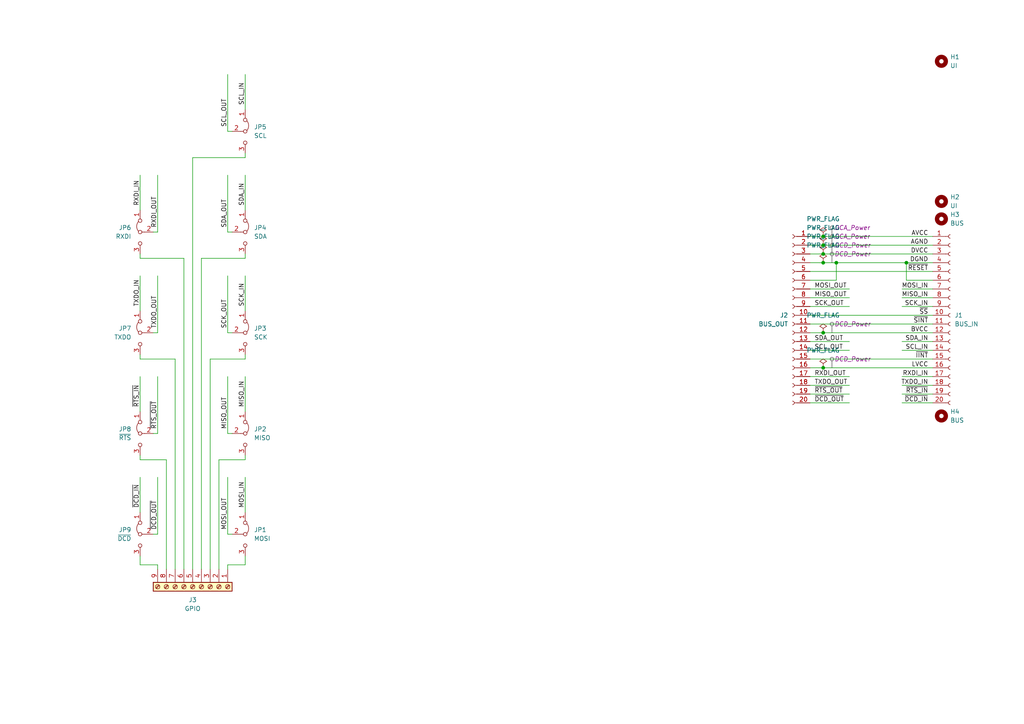
<source format=kicad_sch>
(kicad_sch (version 20250114) (generator "eeschema") (generator_version "9.0")
  (paper "A4")
  (title_block (title "Valhalla MOD-BPL(SEP)") (date "2025-04-13") (rev "1"))
  (lib_symbols
    (symbol "Connector:Conn_01x20_Socket" (pin_names (offset 1.016) (hide yes))
      (property "Reference" "J" (at 0 25.4 0))
      (property "Value" "Conn_01x20_Socket" (at 0 -27.94 0))
      (symbol "Conn_01x20_Socket_1_1"
        (polyline (pts (xy -1.27 22.86) (xy -0.508 22.86)) (stroke (width 0.1524)))
        (polyline (pts (xy -1.27 20.32) (xy -0.508 20.32)) (stroke (width 0.1524)))
        (polyline (pts (xy -1.27 17.78) (xy -0.508 17.78)) (stroke (width 0.1524)))
        (polyline (pts (xy -1.27 15.24) (xy -0.508 15.24)) (stroke (width 0.1524)))
        (polyline (pts (xy -1.27 12.7) (xy -0.508 12.7)) (stroke (width 0.1524)))
        (polyline (pts (xy -1.27 10.16) (xy -0.508 10.16)) (stroke (width 0.1524)))
        (polyline (pts (xy -1.27 7.62) (xy -0.508 7.62)) (stroke (width 0.1524)))
        (polyline (pts (xy -1.27 5.08) (xy -0.508 5.08)) (stroke (width 0.1524)))
        (polyline (pts (xy -1.27 2.54) (xy -0.508 2.54)) (stroke (width 0.1524)))
        (polyline (pts (xy -1.27 0) (xy -0.508 0)) (stroke (width 0.1524)))
        (polyline (pts (xy -1.27 -2.54) (xy -0.508 -2.54)) (stroke (width 0.1524)))
        (polyline (pts (xy -1.27 -5.08) (xy -0.508 -5.08)) (stroke (width 0.1524)))
        (polyline (pts (xy -1.27 -7.62) (xy -0.508 -7.62)) (stroke (width 0.1524)))
        (polyline (pts (xy -1.27 -10.16) (xy -0.508 -10.16)) (stroke (width 0.1524)))
        (polyline (pts (xy -1.27 -12.7) (xy -0.508 -12.7)) (stroke (width 0.1524)))
        (polyline (pts (xy -1.27 -15.24) (xy -0.508 -15.24)) (stroke (width 0.1524)))
        (polyline (pts (xy -1.27 -17.78) (xy -0.508 -17.78)) (stroke (width 0.1524)))
        (polyline (pts (xy -1.27 -20.32) (xy -0.508 -20.32)) (stroke (width 0.1524)))
        (polyline (pts (xy -1.27 -22.86) (xy -0.508 -22.86)) (stroke (width 0.1524)))
        (polyline (pts (xy -1.27 -25.4) (xy -0.508 -25.4)) (stroke (width 0.1524)))
        (arc (start 0 22.352) (mid -0.5058 22.86) (end 0 23.368) (stroke (width 0.1524)))
        (arc (start 0 19.812) (mid -0.5058 20.32) (end 0 20.828) (stroke (width 0.1524)))
        (arc (start 0 17.272) (mid -0.5058 17.78) (end 0 18.288) (stroke (width 0.1524)))
        (arc (start 0 14.732) (mid -0.5058 15.24) (end 0 15.748) (stroke (width 0.1524)))
        (arc (start 0 12.192) (mid -0.5058 12.7) (end 0 13.208) (stroke (width 0.1524)))
        (arc (start 0 9.652) (mid -0.5058 10.16) (end 0 10.668) (stroke (width 0.1524)))
        (arc (start 0 7.112) (mid -0.5058 7.62) (end 0 8.128) (stroke (width 0.1524)))
        (arc (start 0 4.572) (mid -0.5058 5.08) (end 0 5.588) (stroke (width 0.1524)))
        (arc (start 0 2.032) (mid -0.5058 2.54) (end 0 3.048) (stroke (width 0.1524)))
        (arc (start 0 -0.508) (mid -0.5058 0) (end 0 0.508) (stroke (width 0.1524)))
        (arc (start 0 -3.048) (mid -0.5058 -2.54) (end 0 -2.032) (stroke (width 0.1524)))
        (arc (start 0 -5.588) (mid -0.5058 -5.08) (end 0 -4.572) (stroke (width 0.1524)))
        (arc (start 0 -8.128) (mid -0.5058 -7.62) (end 0 -7.112) (stroke (width 0.1524)))
        (arc (start 0 -10.668) (mid -0.5058 -10.16) (end 0 -9.652) (stroke (width 0.1524)))
        (arc (start 0 -13.208) (mid -0.5058 -12.7) (end 0 -12.192) (stroke (width 0.1524)))
        (arc (start 0 -15.748) (mid -0.5058 -15.24) (end 0 -14.732) (stroke (width 0.1524)))
        (arc (start 0 -18.288) (mid -0.5058 -17.78) (end 0 -17.272) (stroke (width 0.1524)))
        (arc (start 0 -20.828) (mid -0.5058 -20.32) (end 0 -19.812) (stroke (width 0.1524)))
        (arc (start 0 -23.368) (mid -0.5058 -22.86) (end 0 -22.352) (stroke (width 0.1524)))
        (arc (start 0 -25.908) (mid -0.5058 -25.4) (end 0 -24.892) (stroke (width 0.1524)))
        (pin passive line (at -5.08 22.86 0) (length 3.81) (name "Pin_1") (number "1"))
        (pin passive line (at -5.08 20.32 0) (length 3.81) (name "Pin_2") (number "2"))
        (pin passive line (at -5.08 17.78 0) (length 3.81) (name "Pin_3") (number "3"))
        (pin passive line (at -5.08 15.24 0) (length 3.81) (name "Pin_4") (number "4"))
        (pin passive line (at -5.08 12.7 0) (length 3.81) (name "Pin_5") (number "5"))
        (pin passive line (at -5.08 10.16 0) (length 3.81) (name "Pin_6") (number "6"))
        (pin passive line (at -5.08 7.62 0) (length 3.81) (name "Pin_7") (number "7"))
        (pin passive line (at -5.08 5.08 0) (length 3.81) (name "Pin_8") (number "8"))
        (pin passive line (at -5.08 2.54 0) (length 3.81) (name "Pin_9") (number "9"))
        (pin passive line (at -5.08 0 0) (length 3.81) (name "Pin_10") (number "10"))
        (pin passive line (at -5.08 -2.54 0) (length 3.81) (name "Pin_11") (number "11"))
        (pin passive line (at -5.08 -5.08 0) (length 3.81) (name "Pin_12") (number "12"))
        (pin passive line (at -5.08 -7.62 0) (length 3.81) (name "Pin_13") (number "13"))
        (pin passive line (at -5.08 -10.16 0) (length 3.81) (name "Pin_14") (number "14"))
        (pin passive line (at -5.08 -12.7 0) (length 3.81) (name "Pin_15") (number "15"))
        (pin passive line (at -5.08 -15.24 0) (length 3.81) (name "Pin_16") (number "16"))
        (pin passive line (at -5.08 -17.78 0) (length 3.81) (name "Pin_17") (number "17"))
        (pin passive line (at -5.08 -20.32 0) (length 3.81) (name "Pin_18") (number "18"))
        (pin passive line (at -5.08 -22.86 0) (length 3.81) (name "Pin_19") (number "19"))
        (pin passive line (at -5.08 -25.4 0) (length 3.81) (name "Pin_20") (number "20"))
      )
    )
    (symbol "Connector:Screw_Terminal_01x09" (pin_names (offset 1.016) (hide yes))
      (property "Reference" "J" (at 0 12.7 0))
      (property "Value" "Screw_Terminal_01x09" (at 0 -12.7 0))
      (symbol "Screw_Terminal_01x09_1_1"
        (rectangle (start -1.27 11.43) (end 1.27 -11.43) (stroke (width 0.254)) (fill (type background)))
        (polyline (pts (xy -0.5334 10.4902) (xy 0.3302 9.652)) (stroke (width 0.1524)))
        (polyline (pts (xy -0.5334 7.9502) (xy 0.3302 7.112)) (stroke (width 0.1524)))
        (polyline (pts (xy -0.5334 5.4102) (xy 0.3302 4.572)) (stroke (width 0.1524)))
        (polyline (pts (xy -0.5334 2.8702) (xy 0.3302 2.032)) (stroke (width 0.1524)))
        (polyline (pts (xy -0.5334 0.3302) (xy 0.3302 -0.508)) (stroke (width 0.1524)))
        (polyline (pts (xy -0.5334 -2.2098) (xy 0.3302 -3.048)) (stroke (width 0.1524)))
        (polyline (pts (xy -0.5334 -4.7498) (xy 0.3302 -5.588)) (stroke (width 0.1524)))
        (polyline (pts (xy -0.5334 -7.2898) (xy 0.3302 -8.128)) (stroke (width 0.1524)))
        (polyline (pts (xy -0.5334 -9.8298) (xy 0.3302 -10.668)) (stroke (width 0.1524)))
        (polyline (pts (xy -0.3556 10.668) (xy 0.508 9.8298)) (stroke (width 0.1524)))
        (polyline (pts (xy -0.3556 8.128) (xy 0.508 7.2898)) (stroke (width 0.1524)))
        (polyline (pts (xy -0.3556 5.588) (xy 0.508 4.7498)) (stroke (width 0.1524)))
        (polyline (pts (xy -0.3556 3.048) (xy 0.508 2.2098)) (stroke (width 0.1524)))
        (polyline (pts (xy -0.3556 0.508) (xy 0.508 -0.3302)) (stroke (width 0.1524)))
        (polyline (pts (xy -0.3556 -2.032) (xy 0.508 -2.8702)) (stroke (width 0.1524)))
        (polyline (pts (xy -0.3556 -4.572) (xy 0.508 -5.4102)) (stroke (width 0.1524)))
        (polyline (pts (xy -0.3556 -7.112) (xy 0.508 -7.9502)) (stroke (width 0.1524)))
        (polyline (pts (xy -0.3556 -9.652) (xy 0.508 -10.4902)) (stroke (width 0.1524)))
        (circle (center 0 10.16) (radius 0.635) (stroke (width 0.1524)))
        (circle (center 0 7.62) (radius 0.635) (stroke (width 0.1524)))
        (circle (center 0 5.08) (radius 0.635) (stroke (width 0.1524)))
        (circle (center 0 2.54) (radius 0.635) (stroke (width 0.1524)))
        (circle (center 0 0) (radius 0.635) (stroke (width 0.1524)))
        (circle (center 0 -2.54) (radius 0.635) (stroke (width 0.1524)))
        (circle (center 0 -5.08) (radius 0.635) (stroke (width 0.1524)))
        (circle (center 0 -7.62) (radius 0.635) (stroke (width 0.1524)))
        (circle (center 0 -10.16) (radius 0.635) (stroke (width 0.1524)))
        (pin passive line (at -5.08 10.16 0) (length 3.81) (name "Pin_1") (number "1"))
        (pin passive line (at -5.08 7.62 0) (length 3.81) (name "Pin_2") (number "2"))
        (pin passive line (at -5.08 5.08 0) (length 3.81) (name "Pin_3") (number "3"))
        (pin passive line (at -5.08 2.54 0) (length 3.81) (name "Pin_4") (number "4"))
        (pin passive line (at -5.08 0 0) (length 3.81) (name "Pin_5") (number "5"))
        (pin passive line (at -5.08 -2.54 0) (length 3.81) (name "Pin_6") (number "6"))
        (pin passive line (at -5.08 -5.08 0) (length 3.81) (name "Pin_7") (number "7"))
        (pin passive line (at -5.08 -7.62 0) (length 3.81) (name "Pin_8") (number "8"))
        (pin passive line (at -5.08 -10.16 0) (length 3.81) (name "Pin_9") (number "9"))
      )
    )
    (symbol "Jumper:Jumper_3_Bridged12" (pin_names (offset 0) (hide yes)) (in_bom no)
      (property "Reference" "JP" (at -2.54 -2.54 0))
      (property "Value" "Jumper_3_Bridged12" (at 0 2.794 0))
      (symbol "Jumper_3_Bridged12_0_0"
        (circle (center -3.302 0) (radius 0.508))
        (circle (center 0 0) (radius 0.508))
        (circle (center 3.302 0) (radius 0.508))
      )
      (symbol "Jumper_3_Bridged12_0_1"
        (arc (start -3.048 0.508) (mid -1.651 0.9912) (end -0.254 0.508))
        (polyline (pts (xy 0 -1.27) (xy 0 -0.508)))
      )
      (symbol "Jumper_3_Bridged12_1_1"
        (pin passive line (at -6.35 0 0) (length 2.54) (name "A") (number "1"))
        (pin passive line (at 0 -3.81 90) (length 2.54) (name "C") (number "2"))
        (pin passive line (at 6.35 0 180) (length 2.54) (name "B") (number "3"))
      )
    )
    (symbol "Mechanical:MountingHole" (pin_names (offset 1.016)) (exclude_from_sim yes) (in_bom no)
      (property "Reference" "H" (at 0 5.08 0))
      (property "Value" "MountingHole" (at 0 3.175 0))
      (symbol "MountingHole_0_1"
        (circle (center 0 0) (radius 1.27) (stroke (width 1.27)))
      )
    )
    (symbol "power:PWR_FLAG" (power) (pin_numbers (hide yes)) (pin_names (offset 0) (hide yes))
      (property "Value" "PWR_FLAG" (at 0 3.81 0))
      (symbol "PWR_FLAG_0_0"
        (pin power_out line (at 0 0 90) (length 0) (name "~") (number "1"))
      )
      (symbol "PWR_FLAG_0_1"
        (polyline (pts (xy 0 0) (xy 0 1.27) (xy -1.016 1.905) (xy 0 2.54) (xy 1.016 1.905) (xy 0 1.27)))
      )
    )
  )
  (junction (at 238.76 73.66))
  (junction (at 242.57 76.2))
  (junction (at 238.76 68.58))
  (junction (at 238.76 106.68))
  (junction (at 238.76 96.52))
  (junction (at 262.89 76.2))
  (junction (at 238.76 76.2))
  (junction (at 238.76 71.12))
  (wire (pts (xy 40.64 102.87) (xy 40.64 104.14)))
  (wire (pts (xy 270.51 81.28) (xy 262.89 81.28)))
  (wire (pts (xy 66.04 109.22) (xy 66.04 125.73)))
  (wire (pts (xy 40.64 50.8) (xy 40.64 60.96)))
  (wire (pts (xy 66.04 165.1) (xy 66.04 163.83)))
  (wire (pts (xy 66.04 50.8) (xy 66.04 67.31)))
  (wire (pts (xy 67.31 154.94) (xy 66.04 154.94)))
  (wire (pts (xy 234.95 86.36) (xy 246.38 86.36)))
  (wire (pts (xy 262.89 81.28) (xy 262.89 76.2)))
  (wire (pts (xy 261.62 114.3) (xy 270.51 114.3)))
  (wire (pts (xy 45.72 165.1) (xy 45.72 163.83)))
  (wire (pts (xy 48.26 133.35) (xy 48.26 165.1)))
  (wire (pts (xy 71.12 102.87) (xy 71.12 104.14)))
  (wire (pts (xy 63.5 133.35) (xy 71.12 133.35)))
  (wire (pts (xy 234.95 99.06) (xy 246.38 99.06)))
  (wire (pts (xy 63.5 165.1) (xy 63.5 133.35)))
  (wire (pts (xy 238.76 68.58) (xy 270.51 68.58)))
  (wire (pts (xy 262.89 76.2) (xy 270.51 76.2)))
  (wire (pts (xy 40.64 138.43) (xy 40.64 148.59)))
  (wire (pts (xy 40.64 104.14) (xy 50.8 104.14)))
  (wire (pts (xy 40.64 74.93) (xy 53.34 74.93)))
  (wire (pts (xy 71.12 44.45) (xy 71.12 45.72)))
  (wire (pts (xy 234.95 101.6) (xy 246.38 101.6)))
  (wire (pts (xy 45.72 109.22) (xy 45.72 125.73)))
  (wire (pts (xy 261.62 88.9) (xy 270.51 88.9)))
  (wire (pts (xy 55.88 45.72) (xy 55.88 165.1)))
  (wire (pts (xy 238.76 73.66) (xy 270.51 73.66)))
  (wire (pts (xy 238.76 76.2) (xy 234.95 76.2)))
  (wire (pts (xy 234.95 83.82) (xy 246.38 83.82)))
  (wire (pts (xy 234.95 106.68) (xy 238.76 106.68)))
  (wire (pts (xy 261.62 83.82) (xy 270.51 83.82)))
  (wire (pts (xy 45.72 80.01) (xy 45.72 96.52)))
  (wire (pts (xy 234.95 71.12) (xy 238.76 71.12)))
  (wire (pts (xy 71.12 109.22) (xy 71.12 119.38)))
  (wire (pts (xy 238.76 71.12) (xy 270.51 71.12)))
  (wire (pts (xy 234.95 109.22) (xy 246.38 109.22)))
  (wire (pts (xy 261.62 111.76) (xy 270.51 111.76)))
  (wire (pts (xy 40.64 163.83) (xy 45.72 163.83)))
  (wire (pts (xy 234.95 104.14) (xy 270.51 104.14)))
  (wire (pts (xy 71.12 80.01) (xy 71.12 90.17)))
  (wire (pts (xy 44.45 154.94) (xy 45.72 154.94)))
  (wire (pts (xy 50.8 104.14) (xy 50.8 165.1)))
  (wire (pts (xy 234.95 93.98) (xy 270.51 93.98)))
  (wire (pts (xy 234.95 111.76) (xy 246.38 111.76)))
  (wire (pts (xy 71.12 21.59) (xy 71.12 31.75)))
  (wire (pts (xy 238.76 106.68) (xy 270.51 106.68)))
  (wire (pts (xy 234.95 91.44) (xy 270.51 91.44)))
  (wire (pts (xy 234.95 81.28) (xy 242.57 81.28)))
  (wire (pts (xy 44.45 67.31) (xy 45.72 67.31)))
  (wire (pts (xy 234.95 96.52) (xy 238.76 96.52)))
  (wire (pts (xy 45.72 50.8) (xy 45.72 67.31)))
  (wire (pts (xy 67.31 125.73) (xy 66.04 125.73)))
  (wire (pts (xy 71.12 163.83) (xy 71.12 161.29)))
  (wire (pts (xy 66.04 21.59) (xy 66.04 38.1)))
  (wire (pts (xy 234.95 114.3) (xy 246.38 114.3)))
  (wire (pts (xy 261.62 99.06) (xy 270.51 99.06)))
  (wire (pts (xy 67.31 96.52) (xy 66.04 96.52)))
  (wire (pts (xy 234.95 88.9) (xy 246.38 88.9)))
  (wire (pts (xy 261.62 116.84) (xy 270.51 116.84)))
  (wire (pts (xy 53.34 74.93) (xy 53.34 165.1)))
  (wire (pts (xy 40.64 133.35) (xy 48.26 133.35)))
  (wire (pts (xy 71.12 74.93) (xy 58.42 74.93)))
  (wire (pts (xy 60.96 104.14) (xy 60.96 165.1)))
  (wire (pts (xy 66.04 163.83) (xy 71.12 163.83)))
  (wire (pts (xy 40.64 80.01) (xy 40.64 90.17)))
  (wire (pts (xy 44.45 125.73) (xy 45.72 125.73)))
  (wire (pts (xy 44.45 96.52) (xy 45.72 96.52)))
  (wire (pts (xy 40.64 163.83) (xy 40.64 161.29)))
  (wire (pts (xy 66.04 80.01) (xy 66.04 96.52)))
  (wire (pts (xy 71.12 138.43) (xy 71.12 148.59)))
  (wire (pts (xy 234.95 78.74) (xy 270.51 78.74)))
  (wire (pts (xy 71.12 133.35) (xy 71.12 132.08)))
  (wire (pts (xy 67.31 67.31) (xy 66.04 67.31)))
  (wire (pts (xy 71.12 104.14) (xy 60.96 104.14)))
  (wire (pts (xy 261.62 101.6) (xy 270.51 101.6)))
  (wire (pts (xy 71.12 50.8) (xy 71.12 60.96)))
  (wire (pts (xy 66.04 138.43) (xy 66.04 154.94)))
  (wire (pts (xy 40.64 109.22) (xy 40.64 119.38)))
  (wire (pts (xy 242.57 76.2) (xy 262.89 76.2)))
  (wire (pts (xy 238.76 96.52) (xy 270.51 96.52)))
  (wire (pts (xy 67.31 38.1) (xy 66.04 38.1)))
  (wire (pts (xy 261.62 109.22) (xy 270.51 109.22)))
  (wire (pts (xy 242.57 81.28) (xy 242.57 76.2)))
  (wire (pts (xy 40.64 132.08) (xy 40.64 133.35)))
  (wire (pts (xy 234.95 116.84) (xy 246.38 116.84)))
  (wire (pts (xy 234.95 73.66) (xy 238.76 73.66)))
  (wire (pts (xy 261.62 86.36) (xy 270.51 86.36)))
  (wire (pts (xy 71.12 73.66) (xy 71.12 74.93)))
  (wire (pts (xy 58.42 74.93) (xy 58.42 165.1)))
  (wire (pts (xy 45.72 138.43) (xy 45.72 154.94)))
  (wire (pts (xy 71.12 45.72) (xy 55.88 45.72)))
  (wire (pts (xy 242.57 76.2) (xy 238.76 76.2)))
  (wire (pts (xy 234.95 68.58) (xy 238.76 68.58)))
  (wire (pts (xy 40.64 73.66) (xy 40.64 74.93)))
  (label "RXDI_IN" (at 269.24 109.22 180))
  (label "~{SS}" (at 269.24 91.44 180))
  (label "MOSI_IN" (at 71.12 147.32 90))
  (label "TXDO_IN" (at 269.24 111.76 180))
  (label "~{RTS_OUT}" (at 236.22 114.3 0))
  (label "TXDO_IN" (at 40.64 88.9 90))
  (label "MISO_OUT" (at 66.04 124.46 90))
  (label "~{RTS_OUT}" (at 45.72 124.46 90))
  (label "TXDO_OUT" (at 45.72 95.25 90))
  (label "SCK_IN" (at 71.12 88.9 90))
  (label "MOSI_IN" (at 269.24 83.82 180))
  (label "RXDI_OUT" (at 236.22 109.22 0))
  (label "RXDI_OUT" (at 45.72 66.04 90))
  (label "SDA_IN" (at 269.24 99.06 180))
  (label "LVCC" (at 269.24 106.68 180))
  (label "SCK_OUT" (at 66.04 95.25 90))
  (label "MISO_IN" (at 269.24 86.36 180))
  (label "~{DCD_OUT}" (at 45.72 153.67 90))
  (label "SCL_IN" (at 71.12 30.48 90))
  (label "MISO_IN" (at 71.12 118.11 90))
  (label "AGND" (at 269.24 71.12 180))
  (label "SDA_OUT" (at 236.22 99.06 0))
  (label "SCK_IN" (at 269.24 88.9 180))
  (label "MISO_OUT" (at 236.22 86.36 0))
  (label "~{RTS_IN}" (at 269.24 114.3 180))
  (label "~{RESET}" (at 269.24 78.74 180))
  (label "BVCC" (at 269.24 96.52 180))
  (label "~{DCD_IN}" (at 40.64 147.32 90))
  (label "SCL_OUT" (at 66.04 36.83 90))
  (label "DGND" (at 269.24 76.2 180))
  (label "SCK_OUT" (at 236.22 88.9 0))
  (label "MOSI_OUT" (at 66.04 153.67 90))
  (label "SCL_IN" (at 269.24 101.6 180))
  (label "AVCC" (at 269.24 68.58 180))
  (label "MOSI_OUT" (at 236.22 83.82 0))
  (label "SDA_OUT" (at 66.04 66.04 90))
  (label "~{DCD_IN}" (at 269.24 116.84 180))
  (label "TXDO_OUT" (at 236.22 111.76 0))
  (label "~{SINT}" (at 269.24 93.98 180))
  (label "SCL_OUT" (at 236.22 101.6 0))
  (label "~{DCD_OUT}" (at 236.22 116.84 0))
  (label "~{RTS_IN}" (at 40.64 118.11 90))
  (label "~{IINT}" (at 269.24 104.14 180))
  (label "SDA_IN" (at 71.12 59.69 90))
  (label "DVCC" (at 269.24 73.66 180))
  (label "RXDI_IN" (at 40.64 59.69 90))
  (netclass_flag "" (length 2.54) (shape round) (at 241.3 71.12 0) (property "Netclass" "DCA_Power" (at 241.9985 68.58 0) (effects (font (italic yes)) (justify left))))
  (netclass_flag "" (length 2.54) (shape round) (at 241.3 96.52 0) (property "Netclass" "DCD_Power" (at 241.9985 93.98 0) (effects (font (italic yes)) (justify left))))
  (netclass_flag "" (length 2.54) (shape round) (at 241.3 106.68 0) (property "Netclass" "DCD_Power" (at 241.9985 104.14 0) (effects (font (italic yes)) (justify left))))
  (netclass_flag "" (length 2.54) (shape round) (at 241.3 73.66 0) (property "Netclass" "DCD_Power" (at 241.9985 71.12 0) (effects (font (italic yes)) (justify left))))
  (netclass_flag "" (length 2.54) (shape round) (at 241.3 76.2 0) (property "Netclass" "DCD_Power" (at 241.9985 73.66 0) (effects (font (italic yes)) (justify left))))
  (netclass_flag "" (length 2.54) (shape round) (at 241.3 68.58 0) (property "Netclass" "DCA_Power" (at 241.9985 66.04 0) (effects (font (italic yes)) (justify left))))
  (symbol (lib_id "Jumper:Jumper_3_Bridged12") (at 40.64 125.73 90) (mirror x) (unit 1) (in_bom no)
    (property "Reference" "JP8" (at 38.1 124.4599 90) (effects (justify left)))
    (property "Value" "~{RTS}" (at 38.1 126.9999 90) (effects (justify left)))
    (property "Footprint" "Connector_PinHeader_2.54mm:PinHeader_1x03_P2.54mm_Vertical" (effects (hide yes)))
    (property "Description" "Jumper, 3-pole, pins 1+2 closed/bridged" (effects (hide yes)))
  )
  (symbol (lib_id "Jumper:Jumper_3_Bridged12") (at 40.64 96.52 90) (mirror x) (unit 1) (in_bom no)
    (property "Reference" "JP7" (at 38.1 95.2499 90) (effects (justify left)))
    (property "Value" "TXDO" (at 38.1 97.7899 90) (effects (justify left)))
    (property "Footprint" "Connector_PinHeader_2.54mm:PinHeader_1x03_P2.54mm_Vertical" (effects (hide yes)))
    (property "Description" "Jumper, 3-pole, pins 1+2 closed/bridged" (effects (hide yes)))
  )
  (symbol (lib_id "power:PWR_FLAG") (at 238.76 96.52 0) (unit 1)
    (property "Reference" "#FLG08" (effects (hide yes)))
    (property "Value" "PWR_FLAG" (at 238.76 91.44 0))
    (property "Description" "Special symbol for telling ERC where power comes from" (effects (hide yes)))
  )
  (symbol (lib_id "Mechanical:MountingHole") (at 273.05 120.65 0) (unit 1) (exclude_from_sim yes) (in_bom no)
    (property "Reference" "H4" (at 275.59 119.3799 0) (effects (justify left)))
    (property "Value" "BUS" (at 275.59 121.9199 0) (effects (justify left)))
    (property "Footprint" "MountingHole:MountingHole_3.2mm_M3_ISO7380" (effects (hide yes)))
    (property "Description" "Mounting Hole without connection" (effects (hide yes)))
  )
  (symbol (lib_id "Connector:Screw_Terminal_01x09") (at 55.88 170.18 270) (unit 1)
    (property "Reference" "J3" (at 55.88 173.99 90))
    (property "Value" "GPIO" (at 55.88 176.53 90))
    (property "Footprint" "TerminalBlock_Phoenix:TerminalBlock_Phoenix_MPT-0,5-9-2.54_1x09_P2.54mm_Horizontal" (effects (hide yes)))
    (property "Description" "Generic screw terminal, single row, 01x09, script generated (kicad-library-utils/schlib/autogen/connector/)" (effects (hide yes)))
  )
  (symbol (lib_id "power:PWR_FLAG") (at 238.76 68.58 0) (unit 1)
    (property "Reference" "#FLG04" (effects (hide yes)))
    (property "Value" "PWR_FLAG" (at 238.76 63.5 0))
    (property "Description" "Special symbol for telling ERC where power comes from" (effects (hide yes)))
  )
  (symbol (lib_id "Jumper:Jumper_3_Bridged12") (at 71.12 154.94 270) (unit 1) (in_bom no)
    (property "Reference" "JP1" (at 73.66 153.6699 90) (effects (justify left)))
    (property "Value" "MOSI" (at 73.66 156.2099 90) (effects (justify left)))
    (property "Footprint" "Connector_PinHeader_2.54mm:PinHeader_1x03_P2.54mm_Vertical" (effects (hide yes)))
    (property "Description" "Jumper, 3-pole, pins 1+2 closed/bridged" (effects (hide yes)))
  )
  (symbol (lib_id "Mechanical:MountingHole") (at 273.05 58.42 0) (unit 1) (exclude_from_sim yes) (in_bom no)
    (property "Reference" "H2" (at 275.59 57.1499 0) (effects (justify left)))
    (property "Value" "UI" (at 275.59 59.6899 0) (effects (justify left)))
    (property "Footprint" "MountingHole:MountingHole_3.2mm_M3_ISO7380" (effects (hide yes)))
    (property "Description" "Mounting Hole without connection" (effects (hide yes)))
  )
  (symbol (lib_id "Jumper:Jumper_3_Bridged12") (at 40.64 67.31 90) (mirror x) (unit 1) (in_bom no)
    (property "Reference" "JP6" (at 38.1 66.0399 90) (effects (justify left)))
    (property "Value" "RXDI" (at 38.1 68.5799 90) (effects (justify left)))
    (property "Footprint" "Connector_PinHeader_2.54mm:PinHeader_1x03_P2.54mm_Vertical" (effects (hide yes)))
    (property "Description" "Jumper, 3-pole, pins 1+2 closed/bridged" (effects (hide yes)))
  )
  (symbol (lib_id "Jumper:Jumper_3_Bridged12") (at 71.12 67.31 270) (unit 1) (in_bom no)
    (property "Reference" "JP4" (at 73.66 66.0399 90) (effects (justify left)))
    (property "Value" "SDA" (at 73.66 68.5799 90) (effects (justify left)))
    (property "Footprint" "Connector_PinHeader_2.54mm:PinHeader_1x03_P2.54mm_Vertical" (effects (hide yes)))
    (property "Description" "Jumper, 3-pole, pins 1+2 closed/bridged" (effects (hide yes)))
  )
  (symbol (lib_id "Jumper:Jumper_3_Bridged12") (at 71.12 38.1 270) (unit 1) (in_bom no)
    (property "Reference" "JP5" (at 73.66 36.8299 90) (effects (justify left)))
    (property "Value" "SCL" (at 73.66 39.3699 90) (effects (justify left)))
    (property "Footprint" "Connector_PinHeader_2.54mm:PinHeader_1x03_P2.54mm_Vertical" (effects (hide yes)))
    (property "Description" "Jumper, 3-pole, pins 1+2 closed/bridged" (effects (hide yes)))
  )
  (symbol (lib_id "power:PWR_FLAG") (at 238.76 106.68 0) (unit 1)
    (property "Reference" "#FLG09" (effects (hide yes)))
    (property "Value" "PWR_FLAG" (at 238.76 101.6 0))
    (property "Description" "Special symbol for telling ERC where power comes from" (effects (hide yes)))
  )
  (symbol (lib_id "power:PWR_FLAG") (at 238.76 73.66 0) (unit 1)
    (property "Reference" "#FLG06" (effects (hide yes)))
    (property "Value" "PWR_FLAG" (at 238.76 68.58 0))
    (property "Description" "Special symbol for telling ERC where power comes from" (effects (hide yes)))
  )
  (symbol (lib_id "power:PWR_FLAG") (at 238.76 71.12 0) (unit 1)
    (property "Reference" "#FLG05" (effects (hide yes)))
    (property "Value" "PWR_FLAG" (at 238.76 66.04 0))
    (property "Description" "Special symbol for telling ERC where power comes from" (effects (hide yes)))
  )
  (symbol (lib_id "power:PWR_FLAG") (at 238.76 76.2 0) (unit 1)
    (property "Reference" "#FLG07" (effects (hide yes)))
    (property "Value" "PWR_FLAG" (at 238.76 71.12 0))
    (property "Description" "Special symbol for telling ERC where power comes from" (effects (hide yes)))
  )
  (symbol (lib_id "Jumper:Jumper_3_Bridged12") (at 71.12 96.52 270) (unit 1) (in_bom no)
    (property "Reference" "JP3" (at 73.66 95.2499 90) (effects (justify left)))
    (property "Value" "SCK" (at 73.66 97.7899 90) (effects (justify left)))
    (property "Footprint" "Connector_PinHeader_2.54mm:PinHeader_1x03_P2.54mm_Vertical" (effects (hide yes)))
    (property "Description" "Jumper, 3-pole, pins 1+2 closed/bridged" (effects (hide yes)))
  )
  (symbol (lib_id "Mechanical:MountingHole") (at 273.05 17.78 0) (unit 1) (exclude_from_sim yes) (in_bom no)
    (property "Reference" "H1" (at 275.59 16.5099 0) (effects (justify left)))
    (property "Value" "UI" (at 275.59 19.0499 0) (effects (justify left)))
    (property "Footprint" "MountingHole:MountingHole_3.2mm_M3_ISO7380" (effects (hide yes)))
    (property "Description" "Mounting Hole without connection" (effects (hide yes)))
  )
  (symbol (lib_id "Jumper:Jumper_3_Bridged12") (at 71.12 125.73 270) (unit 1) (in_bom no)
    (property "Reference" "JP2" (at 73.66 124.4599 90) (effects (justify left)))
    (property "Value" "MISO" (at 73.66 126.9999 90) (effects (justify left)))
    (property "Footprint" "Connector_PinHeader_2.54mm:PinHeader_1x03_P2.54mm_Vertical" (effects (hide yes)))
    (property "Description" "Jumper, 3-pole, pins 1+2 closed/bridged" (effects (hide yes)))
  )
  (symbol (lib_id "Jumper:Jumper_3_Bridged12") (at 40.64 154.94 90) (mirror x) (unit 1) (in_bom no)
    (property "Reference" "JP9" (at 38.1 153.6699 90) (effects (justify left)))
    (property "Value" "~{DCD}" (at 38.1 156.2099 90) (effects (justify left)))
    (property "Footprint" "Connector_PinHeader_2.54mm:PinHeader_1x03_P2.54mm_Vertical" (effects (hide yes)))
    (property "Description" "Jumper, 3-pole, pins 1+2 closed/bridged" (effects (hide yes)))
  )
  (symbol (lib_id "Mechanical:MountingHole") (at 273.05 63.5 0) (unit 1) (exclude_from_sim yes) (in_bom no)
    (property "Reference" "H3" (at 275.59 62.2299 0) (effects (justify left)))
    (property "Value" "BUS" (at 275.59 64.7699 0) (effects (justify left)))
    (property "Footprint" "MountingHole:MountingHole_3.2mm_M3_ISO7380" (effects (hide yes)))
    (property "Description" "Mounting Hole without connection" (effects (hide yes)))
  )
  (symbol (lib_id "Connector:Conn_01x20_Socket") (at 275.59 91.44 0) (unit 1)
    (property "Reference" "J1" (at 276.86 91.4399 0) (effects (justify left)))
    (property "Value" "BUS_IN" (at 276.86 93.9799 0) (effects (justify left)))
    (property "Footprint" "Connector_PinSocket_2.54mm:PinSocket_2x10_P2.54mm_Vertical_SMD" (effects (hide yes)))
    (property "Description" "Generic connector, single row, 01x20, script generated" (effects (hide yes)))
  )
  (symbol (lib_id "Connector:Conn_01x20_Socket") (at 229.87 91.44 0) (mirror y) (unit 1)
    (property "Reference" "J2" (at 228.6 91.4399 0) (effects (justify left)))
    (property "Value" "BUS_OUT" (at 228.6 93.9799 0) (effects (justify left)))
    (property "Footprint" "Connector_PinHeader_2.54mm:PinHeader_2x10_P2.54mm_Vertical_SMD" (effects (hide yes)))
    (property "Description" "Generic connector, single row, 01x20, script generated" (effects (hide yes)))
  )
)
</source>
